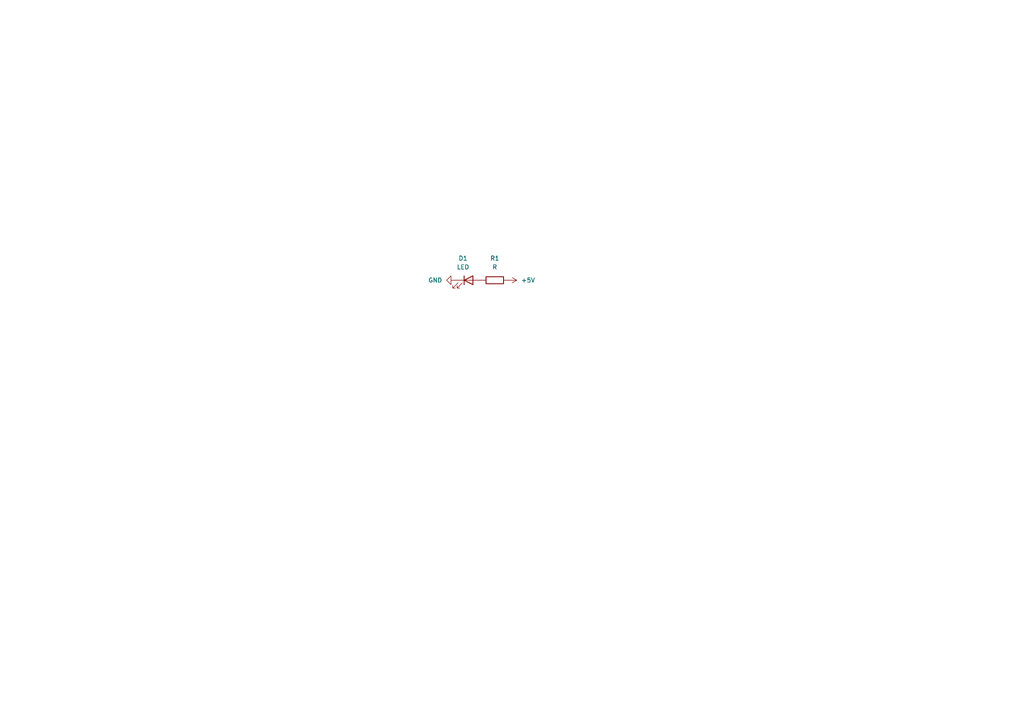
<source format=kicad_sch>
(kicad_sch (version 20230121) (generator eeschema)
  (paper "A4")
  (lib_symbols
    (symbol "Device:LED" (pin_numbers hide) (pin_names (offset 1.016) hide)
      (property "Reference" "D" (at 0 2.54 0))
      (property "Value" "LED" (at 0 -2.54 0))
      (symbol "LED_0_1"
        (polyline (pts (xy -1.27 -1.27) (xy -1.27 1.27)) (stroke (width 0.254)))
        (polyline (pts (xy -1.27 0) (xy 1.27 0)))
        (polyline (pts (xy 1.27 -1.27) (xy 1.27 1.27) (xy -1.27 0) (xy 1.27 -1.27)) (stroke (width 0.254)))
        (polyline (pts (xy -3.048 -0.762) (xy -4.572 -2.286) (xy -3.81 -2.286) (xy -4.572 -2.286) (xy -4.572 -1.524)))
        (polyline (pts (xy -1.778 -0.762) (xy -3.302 -2.286) (xy -2.54 -2.286) (xy -3.302 -2.286) (xy -3.302 -1.524)))
      )
      (symbol "LED_1_1"
        (pin passive line (at -3.81 0 0) (length 2.54) (name "K") (number "1"))
        (pin passive line (at 3.81 0 180) (length 2.54) (name "A") (number "2"))
      )
    )
    (symbol "Device:R" (pin_numbers hide) (pin_names (offset 0))
      (property "Reference" "R" (at 2.032 0 90))
      (property "Value" "R" (at 0 0 90))
      (symbol "R_0_1"
        (rectangle (start -1.016 -2.54) (end 1.016 2.54) (stroke (width 0.254)))
      )
      (symbol "R_1_1"
        (pin passive line (at 0 3.81 270) (length 1.27) (name "~") (number "1"))
        (pin passive line (at 0 -3.81 90) (length 1.27) (name "~") (number "2"))
      )
    )
    (symbol "power:+5V" (power) (pin_names (offset 0))
      (property "Value" "+5V" (at 0 3.556 0))
      (symbol "+5V_0_1"
        (polyline (pts (xy -0.762 1.27) (xy 0 2.54)))
        (polyline (pts (xy 0 0) (xy 0 2.54)))
        (polyline (pts (xy 0 2.54) (xy 0.762 1.27)))
      )
      (symbol "+5V_1_1"
        (pin power_in line (at 0 0 90) (length 0) hide (name "+5V") (number "1"))
      )
    )
    (symbol "power:GND" (power) (pin_names (offset 0))
      (property "Value" "GND" (at 0 -3.81 0))
      (symbol "GND_0_1"
        (polyline (pts (xy 0 0) (xy 0 -1.27) (xy 1.27 -1.27) (xy 0 -2.54) (xy -1.27 -1.27) (xy 0 -1.27)))
      )
      (symbol "GND_1_1"
        (pin power_in line (at 0 0 270) (length 0) hide (name "GND") (number "1"))
      )
    )
  )
  (symbol (lib_id "Device:R") (at 143.51 81.28 90) (unit 1)
    (property "Reference" "R1" (at 143.51 74.93 90))
    (property "Value" "R" (at 143.51 77.47 90))
  )
  (symbol (lib_id "power:GND") (at 132.08 81.28 270) (unit 1)
    (property "Reference" "#PWR01" (effects hide))
    (property "Value" "GND" (at 128.27 81.28 90) (effects (justify right)))
  )
  (symbol (lib_id "power:+5V") (at 147.32 81.28 270) (unit 1)
    (property "Reference" "#PWR02" (effects hide))
    (property "Value" "+5V" (at 151.13 81.28 90) (effects (justify left)))
  )
  (symbol (lib_id "Device:LED") (at 135.89 81.28 0) (unit 1)
    (property "Reference" "D1" (at 134.3025 74.93 0))
    (property "Value" "LED" (at 134.3025 77.47 0))
  )
)
</source>
